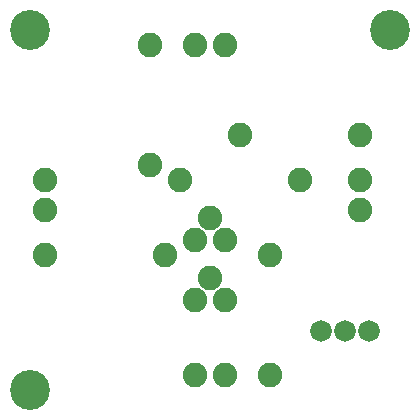
<source format=gbs>
G75*
G70*
%OFA0B0*%
%FSLAX24Y24*%
%IPPOS*%
%LPD*%
%AMOC8*
5,1,8,0,0,1.08239X$1,22.5*
%
%ADD10C,0.1330*%
%ADD11C,0.0820*%
%ADD12C,0.0720*%
D10*
X001180Y001180D03*
X001180Y013180D03*
X013180Y013180D03*
D11*
X012180Y009680D03*
X012180Y008180D03*
X012180Y007180D03*
X010180Y008180D03*
X008180Y009680D03*
X006180Y008180D03*
X005180Y008680D03*
X007180Y006930D03*
X006680Y006180D03*
X007680Y006180D03*
X007180Y004930D03*
X006680Y004180D03*
X007680Y004180D03*
X009180Y005680D03*
X005680Y005680D03*
X001680Y005680D03*
X001680Y007180D03*
X001680Y008180D03*
X005180Y012680D03*
X006680Y012680D03*
X007680Y012680D03*
X007680Y001680D03*
X006680Y001680D03*
X009180Y001680D03*
D12*
X010893Y003149D03*
X011680Y003149D03*
X012467Y003149D03*
M02*

</source>
